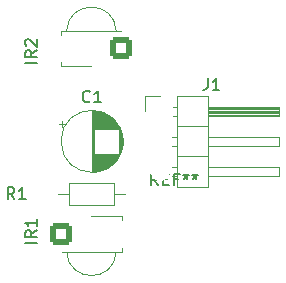
<source format=gbr>
%TF.GenerationSoftware,KiCad,Pcbnew,6.0.2+dfsg-1*%
%TF.CreationDate,2022-10-05T13:54:51+11:00*%
%TF.ProjectId,ir-sensor,69722d73-656e-4736-9f72-2e6b69636164,rev?*%
%TF.SameCoordinates,Original*%
%TF.FileFunction,Legend,Top*%
%TF.FilePolarity,Positive*%
%FSLAX46Y46*%
G04 Gerber Fmt 4.6, Leading zero omitted, Abs format (unit mm)*
G04 Created by KiCad (PCBNEW 6.0.2+dfsg-1) date 2022-10-05 13:54:51*
%MOMM*%
%LPD*%
G01*
G04 APERTURE LIST*
G04 Aperture macros list*
%AMRoundRect*
0 Rectangle with rounded corners*
0 $1 Rounding radius*
0 $2 $3 $4 $5 $6 $7 $8 $9 X,Y pos of 4 corners*
0 Add a 4 corners polygon primitive as box body*
4,1,4,$2,$3,$4,$5,$6,$7,$8,$9,$2,$3,0*
0 Add four circle primitives for the rounded corners*
1,1,$1+$1,$2,$3*
1,1,$1+$1,$4,$5*
1,1,$1+$1,$6,$7*
1,1,$1+$1,$8,$9*
0 Add four rect primitives between the rounded corners*
20,1,$1+$1,$2,$3,$4,$5,0*
20,1,$1+$1,$4,$5,$6,$7,0*
20,1,$1+$1,$6,$7,$8,$9,0*
20,1,$1+$1,$8,$9,$2,$3,0*%
G04 Aperture macros list end*
%ADD10C,0.150000*%
%ADD11C,0.120000*%
%ADD12RoundRect,0.250200X-0.649800X-0.649800X0.649800X-0.649800X0.649800X0.649800X-0.649800X0.649800X0*%
%ADD13C,1.800000*%
%ADD14C,2.700000*%
%ADD15RoundRect,0.250200X0.649800X0.649800X-0.649800X0.649800X-0.649800X-0.649800X0.649800X-0.649800X0*%
%ADD16C,1.400000*%
%ADD17O,1.400000X1.400000*%
%ADD18R,1.700000X1.700000*%
%ADD19O,1.700000X1.700000*%
%ADD20R,1.600000X1.600000*%
%ADD21C,1.600000*%
G04 APERTURE END LIST*
D10*
%TO.C,IR1*%
X140152380Y-87336190D02*
X139152380Y-87336190D01*
X140152380Y-86288571D02*
X139676190Y-86621904D01*
X140152380Y-86860000D02*
X139152380Y-86860000D01*
X139152380Y-86479047D01*
X139200000Y-86383809D01*
X139247619Y-86336190D01*
X139342857Y-86288571D01*
X139485714Y-86288571D01*
X139580952Y-86336190D01*
X139628571Y-86383809D01*
X139676190Y-86479047D01*
X139676190Y-86860000D01*
X140152380Y-85336190D02*
X140152380Y-85907619D01*
X140152380Y-85621904D02*
X139152380Y-85621904D01*
X139295238Y-85717142D01*
X139390476Y-85812380D01*
X139438095Y-85907619D01*
%TO.C,REF\u002A\u002A*%
X150431666Y-82477380D02*
X150098333Y-82001190D01*
X149860238Y-82477380D02*
X149860238Y-81477380D01*
X150241190Y-81477380D01*
X150336428Y-81525000D01*
X150384047Y-81572619D01*
X150431666Y-81667857D01*
X150431666Y-81810714D01*
X150384047Y-81905952D01*
X150336428Y-81953571D01*
X150241190Y-82001190D01*
X149860238Y-82001190D01*
X150860238Y-81953571D02*
X151193571Y-81953571D01*
X151336428Y-82477380D02*
X150860238Y-82477380D01*
X150860238Y-81477380D01*
X151336428Y-81477380D01*
X152098333Y-81953571D02*
X151765000Y-81953571D01*
X151765000Y-82477380D02*
X151765000Y-81477380D01*
X152241190Y-81477380D01*
X152765000Y-81477380D02*
X152765000Y-81715476D01*
X152526904Y-81620238D02*
X152765000Y-81715476D01*
X153003095Y-81620238D01*
X152622142Y-81905952D02*
X152765000Y-81715476D01*
X152907857Y-81905952D01*
X153526904Y-81477380D02*
X153526904Y-81715476D01*
X153288809Y-81620238D02*
X153526904Y-81715476D01*
X153765000Y-81620238D01*
X153384047Y-81905952D02*
X153526904Y-81715476D01*
X153669761Y-81905952D01*
%TO.C,IR2*%
X140152380Y-72096190D02*
X139152380Y-72096190D01*
X140152380Y-71048571D02*
X139676190Y-71381904D01*
X140152380Y-71620000D02*
X139152380Y-71620000D01*
X139152380Y-71239047D01*
X139200000Y-71143809D01*
X139247619Y-71096190D01*
X139342857Y-71048571D01*
X139485714Y-71048571D01*
X139580952Y-71096190D01*
X139628571Y-71143809D01*
X139676190Y-71239047D01*
X139676190Y-71620000D01*
X139247619Y-70667619D02*
X139200000Y-70620000D01*
X139152380Y-70524761D01*
X139152380Y-70286666D01*
X139200000Y-70191428D01*
X139247619Y-70143809D01*
X139342857Y-70096190D01*
X139438095Y-70096190D01*
X139580952Y-70143809D01*
X140152380Y-70715238D01*
X140152380Y-70096190D01*
%TO.C,R1*%
X138263333Y-83637380D02*
X137930000Y-83161190D01*
X137691904Y-83637380D02*
X137691904Y-82637380D01*
X138072857Y-82637380D01*
X138168095Y-82685000D01*
X138215714Y-82732619D01*
X138263333Y-82827857D01*
X138263333Y-82970714D01*
X138215714Y-83065952D01*
X138168095Y-83113571D01*
X138072857Y-83161190D01*
X137691904Y-83161190D01*
X139215714Y-83637380D02*
X138644285Y-83637380D01*
X138930000Y-83637380D02*
X138930000Y-82637380D01*
X138834761Y-82780238D01*
X138739523Y-82875476D01*
X138644285Y-82923095D01*
%TO.C,J1*%
X154616666Y-73397380D02*
X154616666Y-74111666D01*
X154569047Y-74254523D01*
X154473809Y-74349761D01*
X154330952Y-74397380D01*
X154235714Y-74397380D01*
X155616666Y-74397380D02*
X155045238Y-74397380D01*
X155330952Y-74397380D02*
X155330952Y-73397380D01*
X155235714Y-73540238D01*
X155140476Y-73635476D01*
X155045238Y-73683095D01*
%TO.C,C1*%
X144658221Y-75347142D02*
X144610602Y-75394761D01*
X144467745Y-75442380D01*
X144372507Y-75442380D01*
X144229649Y-75394761D01*
X144134411Y-75299523D01*
X144086792Y-75204285D01*
X144039173Y-75013809D01*
X144039173Y-74870952D01*
X144086792Y-74680476D01*
X144134411Y-74585238D01*
X144229649Y-74490000D01*
X144372507Y-74442380D01*
X144467745Y-74442380D01*
X144610602Y-74490000D01*
X144658221Y-74537619D01*
X145610602Y-75442380D02*
X145039173Y-75442380D01*
X145324888Y-75442380D02*
X145324888Y-74442380D01*
X145229649Y-74585238D01*
X145134411Y-74680476D01*
X145039173Y-74728095D01*
D11*
%TO.C,IR1*%
X147380000Y-85445000D02*
X147380000Y-85095000D01*
X147380000Y-87765000D02*
X147380000Y-88105000D01*
X147380000Y-85095000D02*
X144780000Y-85095000D01*
X147380000Y-88105000D02*
X142290000Y-88105000D01*
X142680083Y-88106736D02*
G75*
G03*
X146880000Y-88105000I2099917J101738D01*
G01*
%TO.C,IR2*%
X142180000Y-69375000D02*
X147270000Y-69375000D01*
X142180000Y-72385000D02*
X144780000Y-72385000D01*
X142180000Y-69715000D02*
X142180000Y-69375000D01*
X142180000Y-72035000D02*
X142180000Y-72385000D01*
X146879917Y-69373264D02*
G75*
G03*
X142680000Y-69375000I-2099917J-101738D01*
G01*
%TO.C,R1*%
X147650000Y-83185000D02*
X146700000Y-83185000D01*
X142860000Y-82265000D02*
X142860000Y-84105000D01*
X146700000Y-82265000D02*
X142860000Y-82265000D01*
X141910000Y-83185000D02*
X142860000Y-83185000D01*
X146700000Y-84105000D02*
X146700000Y-82265000D01*
X142860000Y-84105000D02*
X146700000Y-84105000D01*
%TO.C,J1*%
X151607929Y-78375000D02*
X152005000Y-78375000D01*
X152005000Y-80025000D02*
X154665000Y-80025000D01*
X154665000Y-82625000D02*
X154665000Y-74885000D01*
X151607929Y-80915000D02*
X152005000Y-80915000D01*
X154665000Y-75895000D02*
X160665000Y-75895000D01*
X152005000Y-82625000D02*
X154665000Y-82625000D01*
X154665000Y-75835000D02*
X160665000Y-75835000D01*
X154665000Y-76135000D02*
X160665000Y-76135000D01*
X160665000Y-78375000D02*
X160665000Y-79135000D01*
X154665000Y-78375000D02*
X160665000Y-78375000D01*
X149295000Y-74945000D02*
X150565000Y-74945000D01*
X160665000Y-81675000D02*
X154665000Y-81675000D01*
X160665000Y-79135000D02*
X154665000Y-79135000D01*
X154665000Y-76375000D02*
X160665000Y-76375000D01*
X149295000Y-76215000D02*
X149295000Y-74945000D01*
X160665000Y-80915000D02*
X160665000Y-81675000D01*
X154665000Y-76015000D02*
X160665000Y-76015000D01*
X151675000Y-76595000D02*
X152005000Y-76595000D01*
X151675000Y-75835000D02*
X152005000Y-75835000D01*
X154665000Y-76255000D02*
X160665000Y-76255000D01*
X160665000Y-76595000D02*
X154665000Y-76595000D01*
X152005000Y-74885000D02*
X152005000Y-82625000D01*
X151607929Y-81675000D02*
X152005000Y-81675000D01*
X151607929Y-79135000D02*
X152005000Y-79135000D01*
X154665000Y-76495000D02*
X160665000Y-76495000D01*
X152005000Y-77485000D02*
X154665000Y-77485000D01*
X154665000Y-74885000D02*
X152005000Y-74885000D01*
X154665000Y-80915000D02*
X160665000Y-80915000D01*
X160665000Y-75835000D02*
X160665000Y-76595000D01*
%TO.C,C1*%
X144864888Y-76160000D02*
X144864888Y-81320000D01*
X145304888Y-79780000D02*
X145304888Y-81276000D01*
X145865888Y-79780000D02*
X145865888Y-81105000D01*
X145464888Y-76239000D02*
X145464888Y-77700000D01*
X146905888Y-79780000D02*
X146905888Y-80294000D01*
X146345888Y-76645000D02*
X146345888Y-77700000D01*
X142270113Y-77015000D02*
X142270113Y-77515000D01*
X145705888Y-76312000D02*
X145705888Y-77700000D01*
X146505888Y-76769000D02*
X146505888Y-77700000D01*
X145504888Y-76249000D02*
X145504888Y-77700000D01*
X146745888Y-79780000D02*
X146745888Y-80483000D01*
X146825888Y-77087000D02*
X146825888Y-77700000D01*
X146305888Y-76618000D02*
X146305888Y-77700000D01*
X147185888Y-77642000D02*
X147185888Y-79838000D01*
X146945888Y-77240000D02*
X146945888Y-77700000D01*
X145264888Y-76197000D02*
X145264888Y-77700000D01*
X145144888Y-79780000D02*
X145144888Y-81301000D01*
X146185888Y-79780000D02*
X146185888Y-80940000D01*
X145985888Y-76430000D02*
X145985888Y-77700000D01*
X146105888Y-76493000D02*
X146105888Y-77700000D01*
X146665888Y-79780000D02*
X146665888Y-80566000D01*
X145785888Y-76342000D02*
X145785888Y-77700000D01*
X146025888Y-79780000D02*
X146025888Y-81030000D01*
X147105888Y-79780000D02*
X147105888Y-79991000D01*
X146785888Y-77041000D02*
X146785888Y-77700000D01*
X145945888Y-79780000D02*
X145945888Y-81069000D01*
X146745888Y-76997000D02*
X146745888Y-77700000D01*
X145104888Y-76175000D02*
X145104888Y-77700000D01*
X147265888Y-77825000D02*
X147265888Y-79655000D01*
X146145888Y-76516000D02*
X146145888Y-77700000D01*
X146425888Y-79780000D02*
X146425888Y-80775000D01*
X146385888Y-76675000D02*
X146385888Y-77700000D01*
X146985888Y-79780000D02*
X146985888Y-80183000D01*
X146385888Y-79780000D02*
X146385888Y-80805000D01*
X146265888Y-76591000D02*
X146265888Y-77700000D01*
X145064888Y-76171000D02*
X145064888Y-77700000D01*
X145464888Y-79780000D02*
X145464888Y-81241000D01*
X146345888Y-79780000D02*
X146345888Y-80835000D01*
X146185888Y-76540000D02*
X146185888Y-77700000D01*
X144944888Y-76162000D02*
X144944888Y-81318000D01*
X145504888Y-79780000D02*
X145504888Y-81231000D01*
X145745888Y-79780000D02*
X145745888Y-81154000D01*
X146865888Y-79780000D02*
X146865888Y-80345000D01*
X145545888Y-79780000D02*
X145545888Y-81220000D01*
X145905888Y-79780000D02*
X145905888Y-81088000D01*
X147065888Y-77421000D02*
X147065888Y-77700000D01*
X145384888Y-76220000D02*
X145384888Y-77700000D01*
X145665888Y-76298000D02*
X145665888Y-77700000D01*
X145144888Y-76179000D02*
X145144888Y-77700000D01*
X145665888Y-79780000D02*
X145665888Y-81182000D01*
X146425888Y-76705000D02*
X146425888Y-77700000D01*
X147025888Y-79780000D02*
X147025888Y-80123000D01*
X146585888Y-76839000D02*
X146585888Y-77700000D01*
X146825888Y-79780000D02*
X146825888Y-80393000D01*
X145424888Y-79780000D02*
X145424888Y-81251000D01*
X146145888Y-79780000D02*
X146145888Y-80964000D01*
X146985888Y-77297000D02*
X146985888Y-77700000D01*
X145304888Y-76204000D02*
X145304888Y-77700000D01*
X145705888Y-79780000D02*
X145705888Y-81168000D01*
X145344888Y-76212000D02*
X145344888Y-77700000D01*
X146585888Y-79780000D02*
X146585888Y-80641000D01*
X146865888Y-77135000D02*
X146865888Y-77700000D01*
X145625888Y-76285000D02*
X145625888Y-77700000D01*
X146785888Y-79780000D02*
X146785888Y-80439000D01*
X145585888Y-76272000D02*
X145585888Y-77700000D01*
X146545888Y-79780000D02*
X146545888Y-80677000D01*
X146225888Y-79780000D02*
X146225888Y-80915000D01*
X145625888Y-79780000D02*
X145625888Y-81195000D01*
X146265888Y-79780000D02*
X146265888Y-80889000D01*
X146905888Y-77186000D02*
X146905888Y-77700000D01*
X145104888Y-79780000D02*
X145104888Y-81305000D01*
X146705888Y-76955000D02*
X146705888Y-77700000D01*
X147025888Y-77357000D02*
X147025888Y-77700000D01*
X145424888Y-76229000D02*
X145424888Y-77700000D01*
X144984888Y-76164000D02*
X144984888Y-81316000D01*
X146465888Y-79780000D02*
X146465888Y-80744000D01*
X145264888Y-79780000D02*
X145264888Y-81283000D01*
X146465888Y-76736000D02*
X146465888Y-77700000D01*
X147225888Y-77729000D02*
X147225888Y-79751000D01*
X145825888Y-76358000D02*
X145825888Y-77700000D01*
X145825888Y-79780000D02*
X145825888Y-81122000D01*
X146625888Y-79780000D02*
X146625888Y-80604000D01*
X147345888Y-78063000D02*
X147345888Y-79417000D01*
X145384888Y-79780000D02*
X145384888Y-81260000D01*
X146105888Y-79780000D02*
X146105888Y-80987000D01*
X145064888Y-79780000D02*
X145064888Y-81309000D01*
X145985888Y-79780000D02*
X145985888Y-81050000D01*
X145224888Y-76190000D02*
X145224888Y-77700000D01*
X145184888Y-79780000D02*
X145184888Y-81296000D01*
X145545888Y-76260000D02*
X145545888Y-77700000D01*
X145865888Y-76375000D02*
X145865888Y-77700000D01*
X146065888Y-79780000D02*
X146065888Y-81008000D01*
X145184888Y-76184000D02*
X145184888Y-77700000D01*
X146945888Y-79780000D02*
X146945888Y-80240000D01*
X146065888Y-76472000D02*
X146065888Y-77700000D01*
X144904888Y-76161000D02*
X144904888Y-81319000D01*
X145905888Y-76392000D02*
X145905888Y-77700000D01*
X147145888Y-77562000D02*
X147145888Y-79918000D01*
X145024888Y-76167000D02*
X145024888Y-81313000D01*
X146545888Y-76803000D02*
X146545888Y-77700000D01*
X144824888Y-76160000D02*
X144824888Y-81320000D01*
X146505888Y-79780000D02*
X146505888Y-80711000D01*
X146705888Y-79780000D02*
X146705888Y-80525000D01*
X147425888Y-78456000D02*
X147425888Y-79024000D01*
X146305888Y-79780000D02*
X146305888Y-80862000D01*
X142020113Y-77265000D02*
X142520113Y-77265000D01*
X146025888Y-76450000D02*
X146025888Y-77700000D01*
X145785888Y-79780000D02*
X145785888Y-81138000D01*
X147385888Y-78222000D02*
X147385888Y-79258000D01*
X147105888Y-77489000D02*
X147105888Y-77700000D01*
X146665888Y-76914000D02*
X146665888Y-77700000D01*
X147065888Y-79780000D02*
X147065888Y-80059000D01*
X145745888Y-76326000D02*
X145745888Y-77700000D01*
X145585888Y-79780000D02*
X145585888Y-81208000D01*
X145344888Y-79780000D02*
X145344888Y-81268000D01*
X145224888Y-79780000D02*
X145224888Y-81290000D01*
X146625888Y-76876000D02*
X146625888Y-77700000D01*
X146225888Y-76565000D02*
X146225888Y-77700000D01*
X147305888Y-77935000D02*
X147305888Y-79545000D01*
X145945888Y-76411000D02*
X145945888Y-77700000D01*
X147444888Y-78740000D02*
G75*
G03*
X147444888Y-78740000I-2620000J0D01*
G01*
%TD*%
%LPC*%
D12*
%TO.C,IR1*%
X142240000Y-86605000D03*
D13*
X144780000Y-86605000D03*
X147320000Y-86605000D03*
%TD*%
D14*
%TO.C,REF\u002A\u002A*%
X151765000Y-85725000D03*
%TD*%
D15*
%TO.C,IR2*%
X147320000Y-70875000D03*
D13*
X144780000Y-70875000D03*
X142240000Y-70875000D03*
%TD*%
D16*
%TO.C,R1*%
X140970000Y-83185000D03*
D17*
X148590000Y-83185000D03*
%TD*%
D18*
%TO.C,J1*%
X150565000Y-76215000D03*
D19*
X150565000Y-78755000D03*
X150565000Y-81295000D03*
%TD*%
D20*
%TO.C,C1*%
X143574888Y-78740000D03*
D21*
X146074888Y-78740000D03*
%TD*%
M02*

</source>
